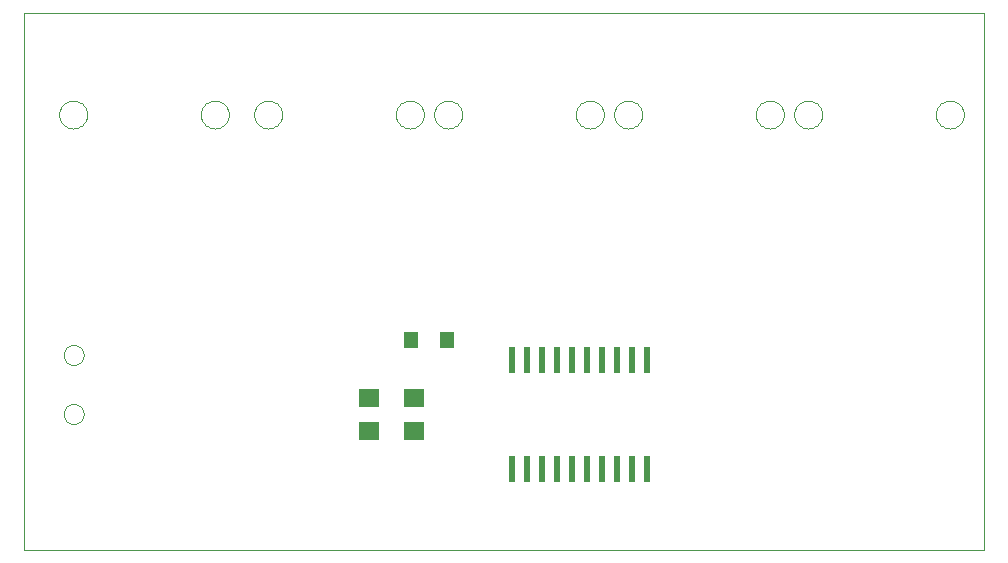
<source format=gtp>
G75*
G70*
%OFA0B0*%
%FSLAX24Y24*%
%IPPOS*%
%LPD*%
%AMOC8*
5,1,8,0,0,1.08239X$1,22.5*
%
%ADD10C,0.0000*%
%ADD11R,0.0236X0.0866*%
%ADD12R,0.0709X0.0630*%
%ADD13R,0.0472X0.0551*%
D10*
X000100Y000100D02*
X000100Y017971D01*
X032095Y017971D01*
X032095Y000100D01*
X000100Y000100D01*
X001419Y004616D02*
X001421Y004652D01*
X001427Y004688D01*
X001437Y004723D01*
X001450Y004757D01*
X001467Y004789D01*
X001487Y004819D01*
X001511Y004846D01*
X001537Y004871D01*
X001566Y004893D01*
X001597Y004912D01*
X001630Y004927D01*
X001664Y004939D01*
X001700Y004947D01*
X001736Y004951D01*
X001772Y004951D01*
X001808Y004947D01*
X001844Y004939D01*
X001878Y004927D01*
X001911Y004912D01*
X001942Y004893D01*
X001971Y004871D01*
X001997Y004846D01*
X002021Y004819D01*
X002041Y004789D01*
X002058Y004757D01*
X002071Y004723D01*
X002081Y004688D01*
X002087Y004652D01*
X002089Y004616D01*
X002087Y004580D01*
X002081Y004544D01*
X002071Y004509D01*
X002058Y004475D01*
X002041Y004443D01*
X002021Y004413D01*
X001997Y004386D01*
X001971Y004361D01*
X001942Y004339D01*
X001911Y004320D01*
X001878Y004305D01*
X001844Y004293D01*
X001808Y004285D01*
X001772Y004281D01*
X001736Y004281D01*
X001700Y004285D01*
X001664Y004293D01*
X001630Y004305D01*
X001597Y004320D01*
X001566Y004339D01*
X001537Y004361D01*
X001511Y004386D01*
X001487Y004413D01*
X001467Y004443D01*
X001450Y004475D01*
X001437Y004509D01*
X001427Y004544D01*
X001421Y004580D01*
X001419Y004616D01*
X001419Y006584D02*
X001421Y006620D01*
X001427Y006656D01*
X001437Y006691D01*
X001450Y006725D01*
X001467Y006757D01*
X001487Y006787D01*
X001511Y006814D01*
X001537Y006839D01*
X001566Y006861D01*
X001597Y006880D01*
X001630Y006895D01*
X001664Y006907D01*
X001700Y006915D01*
X001736Y006919D01*
X001772Y006919D01*
X001808Y006915D01*
X001844Y006907D01*
X001878Y006895D01*
X001911Y006880D01*
X001942Y006861D01*
X001971Y006839D01*
X001997Y006814D01*
X002021Y006787D01*
X002041Y006757D01*
X002058Y006725D01*
X002071Y006691D01*
X002081Y006656D01*
X002087Y006620D01*
X002089Y006584D01*
X002087Y006548D01*
X002081Y006512D01*
X002071Y006477D01*
X002058Y006443D01*
X002041Y006411D01*
X002021Y006381D01*
X001997Y006354D01*
X001971Y006329D01*
X001942Y006307D01*
X001911Y006288D01*
X001878Y006273D01*
X001844Y006261D01*
X001808Y006253D01*
X001772Y006249D01*
X001736Y006249D01*
X001700Y006253D01*
X001664Y006261D01*
X001630Y006273D01*
X001597Y006288D01*
X001566Y006307D01*
X001537Y006329D01*
X001511Y006354D01*
X001487Y006381D01*
X001467Y006411D01*
X001450Y006443D01*
X001437Y006477D01*
X001427Y006512D01*
X001421Y006548D01*
X001419Y006584D01*
X001273Y014600D02*
X001275Y014643D01*
X001281Y014685D01*
X001291Y014727D01*
X001304Y014768D01*
X001322Y014807D01*
X001343Y014845D01*
X001367Y014880D01*
X001394Y014913D01*
X001425Y014944D01*
X001458Y014971D01*
X001493Y014995D01*
X001531Y015016D01*
X001570Y015034D01*
X001611Y015047D01*
X001653Y015057D01*
X001695Y015063D01*
X001738Y015065D01*
X001781Y015063D01*
X001823Y015057D01*
X001865Y015047D01*
X001906Y015034D01*
X001945Y015016D01*
X001983Y014995D01*
X002018Y014971D01*
X002051Y014944D01*
X002082Y014913D01*
X002109Y014880D01*
X002133Y014845D01*
X002154Y014807D01*
X002172Y014768D01*
X002185Y014727D01*
X002195Y014685D01*
X002201Y014643D01*
X002203Y014600D01*
X002201Y014557D01*
X002195Y014515D01*
X002185Y014473D01*
X002172Y014432D01*
X002154Y014393D01*
X002133Y014355D01*
X002109Y014320D01*
X002082Y014287D01*
X002051Y014256D01*
X002018Y014229D01*
X001983Y014205D01*
X001945Y014184D01*
X001906Y014166D01*
X001865Y014153D01*
X001823Y014143D01*
X001781Y014137D01*
X001738Y014135D01*
X001695Y014137D01*
X001653Y014143D01*
X001611Y014153D01*
X001570Y014166D01*
X001531Y014184D01*
X001493Y014205D01*
X001458Y014229D01*
X001425Y014256D01*
X001394Y014287D01*
X001367Y014320D01*
X001343Y014355D01*
X001322Y014393D01*
X001304Y014432D01*
X001291Y014473D01*
X001281Y014515D01*
X001275Y014557D01*
X001273Y014600D01*
X005997Y014600D02*
X005999Y014643D01*
X006005Y014685D01*
X006015Y014727D01*
X006028Y014768D01*
X006046Y014807D01*
X006067Y014845D01*
X006091Y014880D01*
X006118Y014913D01*
X006149Y014944D01*
X006182Y014971D01*
X006217Y014995D01*
X006255Y015016D01*
X006294Y015034D01*
X006335Y015047D01*
X006377Y015057D01*
X006419Y015063D01*
X006462Y015065D01*
X006505Y015063D01*
X006547Y015057D01*
X006589Y015047D01*
X006630Y015034D01*
X006669Y015016D01*
X006707Y014995D01*
X006742Y014971D01*
X006775Y014944D01*
X006806Y014913D01*
X006833Y014880D01*
X006857Y014845D01*
X006878Y014807D01*
X006896Y014768D01*
X006909Y014727D01*
X006919Y014685D01*
X006925Y014643D01*
X006927Y014600D01*
X006925Y014557D01*
X006919Y014515D01*
X006909Y014473D01*
X006896Y014432D01*
X006878Y014393D01*
X006857Y014355D01*
X006833Y014320D01*
X006806Y014287D01*
X006775Y014256D01*
X006742Y014229D01*
X006707Y014205D01*
X006669Y014184D01*
X006630Y014166D01*
X006589Y014153D01*
X006547Y014143D01*
X006505Y014137D01*
X006462Y014135D01*
X006419Y014137D01*
X006377Y014143D01*
X006335Y014153D01*
X006294Y014166D01*
X006255Y014184D01*
X006217Y014205D01*
X006182Y014229D01*
X006149Y014256D01*
X006118Y014287D01*
X006091Y014320D01*
X006067Y014355D01*
X006046Y014393D01*
X006028Y014432D01*
X006015Y014473D01*
X006005Y014515D01*
X005999Y014557D01*
X005997Y014600D01*
X007773Y014600D02*
X007775Y014643D01*
X007781Y014685D01*
X007791Y014727D01*
X007804Y014768D01*
X007822Y014807D01*
X007843Y014845D01*
X007867Y014880D01*
X007894Y014913D01*
X007925Y014944D01*
X007958Y014971D01*
X007993Y014995D01*
X008031Y015016D01*
X008070Y015034D01*
X008111Y015047D01*
X008153Y015057D01*
X008195Y015063D01*
X008238Y015065D01*
X008281Y015063D01*
X008323Y015057D01*
X008365Y015047D01*
X008406Y015034D01*
X008445Y015016D01*
X008483Y014995D01*
X008518Y014971D01*
X008551Y014944D01*
X008582Y014913D01*
X008609Y014880D01*
X008633Y014845D01*
X008654Y014807D01*
X008672Y014768D01*
X008685Y014727D01*
X008695Y014685D01*
X008701Y014643D01*
X008703Y014600D01*
X008701Y014557D01*
X008695Y014515D01*
X008685Y014473D01*
X008672Y014432D01*
X008654Y014393D01*
X008633Y014355D01*
X008609Y014320D01*
X008582Y014287D01*
X008551Y014256D01*
X008518Y014229D01*
X008483Y014205D01*
X008445Y014184D01*
X008406Y014166D01*
X008365Y014153D01*
X008323Y014143D01*
X008281Y014137D01*
X008238Y014135D01*
X008195Y014137D01*
X008153Y014143D01*
X008111Y014153D01*
X008070Y014166D01*
X008031Y014184D01*
X007993Y014205D01*
X007958Y014229D01*
X007925Y014256D01*
X007894Y014287D01*
X007867Y014320D01*
X007843Y014355D01*
X007822Y014393D01*
X007804Y014432D01*
X007791Y014473D01*
X007781Y014515D01*
X007775Y014557D01*
X007773Y014600D01*
X012497Y014600D02*
X012499Y014643D01*
X012505Y014685D01*
X012515Y014727D01*
X012528Y014768D01*
X012546Y014807D01*
X012567Y014845D01*
X012591Y014880D01*
X012618Y014913D01*
X012649Y014944D01*
X012682Y014971D01*
X012717Y014995D01*
X012755Y015016D01*
X012794Y015034D01*
X012835Y015047D01*
X012877Y015057D01*
X012919Y015063D01*
X012962Y015065D01*
X013005Y015063D01*
X013047Y015057D01*
X013089Y015047D01*
X013130Y015034D01*
X013169Y015016D01*
X013207Y014995D01*
X013242Y014971D01*
X013275Y014944D01*
X013306Y014913D01*
X013333Y014880D01*
X013357Y014845D01*
X013378Y014807D01*
X013396Y014768D01*
X013409Y014727D01*
X013419Y014685D01*
X013425Y014643D01*
X013427Y014600D01*
X013425Y014557D01*
X013419Y014515D01*
X013409Y014473D01*
X013396Y014432D01*
X013378Y014393D01*
X013357Y014355D01*
X013333Y014320D01*
X013306Y014287D01*
X013275Y014256D01*
X013242Y014229D01*
X013207Y014205D01*
X013169Y014184D01*
X013130Y014166D01*
X013089Y014153D01*
X013047Y014143D01*
X013005Y014137D01*
X012962Y014135D01*
X012919Y014137D01*
X012877Y014143D01*
X012835Y014153D01*
X012794Y014166D01*
X012755Y014184D01*
X012717Y014205D01*
X012682Y014229D01*
X012649Y014256D01*
X012618Y014287D01*
X012591Y014320D01*
X012567Y014355D01*
X012546Y014393D01*
X012528Y014432D01*
X012515Y014473D01*
X012505Y014515D01*
X012499Y014557D01*
X012497Y014600D01*
X013773Y014600D02*
X013775Y014643D01*
X013781Y014685D01*
X013791Y014727D01*
X013804Y014768D01*
X013822Y014807D01*
X013843Y014845D01*
X013867Y014880D01*
X013894Y014913D01*
X013925Y014944D01*
X013958Y014971D01*
X013993Y014995D01*
X014031Y015016D01*
X014070Y015034D01*
X014111Y015047D01*
X014153Y015057D01*
X014195Y015063D01*
X014238Y015065D01*
X014281Y015063D01*
X014323Y015057D01*
X014365Y015047D01*
X014406Y015034D01*
X014445Y015016D01*
X014483Y014995D01*
X014518Y014971D01*
X014551Y014944D01*
X014582Y014913D01*
X014609Y014880D01*
X014633Y014845D01*
X014654Y014807D01*
X014672Y014768D01*
X014685Y014727D01*
X014695Y014685D01*
X014701Y014643D01*
X014703Y014600D01*
X014701Y014557D01*
X014695Y014515D01*
X014685Y014473D01*
X014672Y014432D01*
X014654Y014393D01*
X014633Y014355D01*
X014609Y014320D01*
X014582Y014287D01*
X014551Y014256D01*
X014518Y014229D01*
X014483Y014205D01*
X014445Y014184D01*
X014406Y014166D01*
X014365Y014153D01*
X014323Y014143D01*
X014281Y014137D01*
X014238Y014135D01*
X014195Y014137D01*
X014153Y014143D01*
X014111Y014153D01*
X014070Y014166D01*
X014031Y014184D01*
X013993Y014205D01*
X013958Y014229D01*
X013925Y014256D01*
X013894Y014287D01*
X013867Y014320D01*
X013843Y014355D01*
X013822Y014393D01*
X013804Y014432D01*
X013791Y014473D01*
X013781Y014515D01*
X013775Y014557D01*
X013773Y014600D01*
X018497Y014600D02*
X018499Y014643D01*
X018505Y014685D01*
X018515Y014727D01*
X018528Y014768D01*
X018546Y014807D01*
X018567Y014845D01*
X018591Y014880D01*
X018618Y014913D01*
X018649Y014944D01*
X018682Y014971D01*
X018717Y014995D01*
X018755Y015016D01*
X018794Y015034D01*
X018835Y015047D01*
X018877Y015057D01*
X018919Y015063D01*
X018962Y015065D01*
X019005Y015063D01*
X019047Y015057D01*
X019089Y015047D01*
X019130Y015034D01*
X019169Y015016D01*
X019207Y014995D01*
X019242Y014971D01*
X019275Y014944D01*
X019306Y014913D01*
X019333Y014880D01*
X019357Y014845D01*
X019378Y014807D01*
X019396Y014768D01*
X019409Y014727D01*
X019419Y014685D01*
X019425Y014643D01*
X019427Y014600D01*
X019425Y014557D01*
X019419Y014515D01*
X019409Y014473D01*
X019396Y014432D01*
X019378Y014393D01*
X019357Y014355D01*
X019333Y014320D01*
X019306Y014287D01*
X019275Y014256D01*
X019242Y014229D01*
X019207Y014205D01*
X019169Y014184D01*
X019130Y014166D01*
X019089Y014153D01*
X019047Y014143D01*
X019005Y014137D01*
X018962Y014135D01*
X018919Y014137D01*
X018877Y014143D01*
X018835Y014153D01*
X018794Y014166D01*
X018755Y014184D01*
X018717Y014205D01*
X018682Y014229D01*
X018649Y014256D01*
X018618Y014287D01*
X018591Y014320D01*
X018567Y014355D01*
X018546Y014393D01*
X018528Y014432D01*
X018515Y014473D01*
X018505Y014515D01*
X018499Y014557D01*
X018497Y014600D01*
X019773Y014600D02*
X019775Y014643D01*
X019781Y014685D01*
X019791Y014727D01*
X019804Y014768D01*
X019822Y014807D01*
X019843Y014845D01*
X019867Y014880D01*
X019894Y014913D01*
X019925Y014944D01*
X019958Y014971D01*
X019993Y014995D01*
X020031Y015016D01*
X020070Y015034D01*
X020111Y015047D01*
X020153Y015057D01*
X020195Y015063D01*
X020238Y015065D01*
X020281Y015063D01*
X020323Y015057D01*
X020365Y015047D01*
X020406Y015034D01*
X020445Y015016D01*
X020483Y014995D01*
X020518Y014971D01*
X020551Y014944D01*
X020582Y014913D01*
X020609Y014880D01*
X020633Y014845D01*
X020654Y014807D01*
X020672Y014768D01*
X020685Y014727D01*
X020695Y014685D01*
X020701Y014643D01*
X020703Y014600D01*
X020701Y014557D01*
X020695Y014515D01*
X020685Y014473D01*
X020672Y014432D01*
X020654Y014393D01*
X020633Y014355D01*
X020609Y014320D01*
X020582Y014287D01*
X020551Y014256D01*
X020518Y014229D01*
X020483Y014205D01*
X020445Y014184D01*
X020406Y014166D01*
X020365Y014153D01*
X020323Y014143D01*
X020281Y014137D01*
X020238Y014135D01*
X020195Y014137D01*
X020153Y014143D01*
X020111Y014153D01*
X020070Y014166D01*
X020031Y014184D01*
X019993Y014205D01*
X019958Y014229D01*
X019925Y014256D01*
X019894Y014287D01*
X019867Y014320D01*
X019843Y014355D01*
X019822Y014393D01*
X019804Y014432D01*
X019791Y014473D01*
X019781Y014515D01*
X019775Y014557D01*
X019773Y014600D01*
X024497Y014600D02*
X024499Y014643D01*
X024505Y014685D01*
X024515Y014727D01*
X024528Y014768D01*
X024546Y014807D01*
X024567Y014845D01*
X024591Y014880D01*
X024618Y014913D01*
X024649Y014944D01*
X024682Y014971D01*
X024717Y014995D01*
X024755Y015016D01*
X024794Y015034D01*
X024835Y015047D01*
X024877Y015057D01*
X024919Y015063D01*
X024962Y015065D01*
X025005Y015063D01*
X025047Y015057D01*
X025089Y015047D01*
X025130Y015034D01*
X025169Y015016D01*
X025207Y014995D01*
X025242Y014971D01*
X025275Y014944D01*
X025306Y014913D01*
X025333Y014880D01*
X025357Y014845D01*
X025378Y014807D01*
X025396Y014768D01*
X025409Y014727D01*
X025419Y014685D01*
X025425Y014643D01*
X025427Y014600D01*
X025425Y014557D01*
X025419Y014515D01*
X025409Y014473D01*
X025396Y014432D01*
X025378Y014393D01*
X025357Y014355D01*
X025333Y014320D01*
X025306Y014287D01*
X025275Y014256D01*
X025242Y014229D01*
X025207Y014205D01*
X025169Y014184D01*
X025130Y014166D01*
X025089Y014153D01*
X025047Y014143D01*
X025005Y014137D01*
X024962Y014135D01*
X024919Y014137D01*
X024877Y014143D01*
X024835Y014153D01*
X024794Y014166D01*
X024755Y014184D01*
X024717Y014205D01*
X024682Y014229D01*
X024649Y014256D01*
X024618Y014287D01*
X024591Y014320D01*
X024567Y014355D01*
X024546Y014393D01*
X024528Y014432D01*
X024515Y014473D01*
X024505Y014515D01*
X024499Y014557D01*
X024497Y014600D01*
X025773Y014600D02*
X025775Y014643D01*
X025781Y014685D01*
X025791Y014727D01*
X025804Y014768D01*
X025822Y014807D01*
X025843Y014845D01*
X025867Y014880D01*
X025894Y014913D01*
X025925Y014944D01*
X025958Y014971D01*
X025993Y014995D01*
X026031Y015016D01*
X026070Y015034D01*
X026111Y015047D01*
X026153Y015057D01*
X026195Y015063D01*
X026238Y015065D01*
X026281Y015063D01*
X026323Y015057D01*
X026365Y015047D01*
X026406Y015034D01*
X026445Y015016D01*
X026483Y014995D01*
X026518Y014971D01*
X026551Y014944D01*
X026582Y014913D01*
X026609Y014880D01*
X026633Y014845D01*
X026654Y014807D01*
X026672Y014768D01*
X026685Y014727D01*
X026695Y014685D01*
X026701Y014643D01*
X026703Y014600D01*
X026701Y014557D01*
X026695Y014515D01*
X026685Y014473D01*
X026672Y014432D01*
X026654Y014393D01*
X026633Y014355D01*
X026609Y014320D01*
X026582Y014287D01*
X026551Y014256D01*
X026518Y014229D01*
X026483Y014205D01*
X026445Y014184D01*
X026406Y014166D01*
X026365Y014153D01*
X026323Y014143D01*
X026281Y014137D01*
X026238Y014135D01*
X026195Y014137D01*
X026153Y014143D01*
X026111Y014153D01*
X026070Y014166D01*
X026031Y014184D01*
X025993Y014205D01*
X025958Y014229D01*
X025925Y014256D01*
X025894Y014287D01*
X025867Y014320D01*
X025843Y014355D01*
X025822Y014393D01*
X025804Y014432D01*
X025791Y014473D01*
X025781Y014515D01*
X025775Y014557D01*
X025773Y014600D01*
X030497Y014600D02*
X030499Y014643D01*
X030505Y014685D01*
X030515Y014727D01*
X030528Y014768D01*
X030546Y014807D01*
X030567Y014845D01*
X030591Y014880D01*
X030618Y014913D01*
X030649Y014944D01*
X030682Y014971D01*
X030717Y014995D01*
X030755Y015016D01*
X030794Y015034D01*
X030835Y015047D01*
X030877Y015057D01*
X030919Y015063D01*
X030962Y015065D01*
X031005Y015063D01*
X031047Y015057D01*
X031089Y015047D01*
X031130Y015034D01*
X031169Y015016D01*
X031207Y014995D01*
X031242Y014971D01*
X031275Y014944D01*
X031306Y014913D01*
X031333Y014880D01*
X031357Y014845D01*
X031378Y014807D01*
X031396Y014768D01*
X031409Y014727D01*
X031419Y014685D01*
X031425Y014643D01*
X031427Y014600D01*
X031425Y014557D01*
X031419Y014515D01*
X031409Y014473D01*
X031396Y014432D01*
X031378Y014393D01*
X031357Y014355D01*
X031333Y014320D01*
X031306Y014287D01*
X031275Y014256D01*
X031242Y014229D01*
X031207Y014205D01*
X031169Y014184D01*
X031130Y014166D01*
X031089Y014153D01*
X031047Y014143D01*
X031005Y014137D01*
X030962Y014135D01*
X030919Y014137D01*
X030877Y014143D01*
X030835Y014153D01*
X030794Y014166D01*
X030755Y014184D01*
X030717Y014205D01*
X030682Y014229D01*
X030649Y014256D01*
X030618Y014287D01*
X030591Y014320D01*
X030567Y014355D01*
X030546Y014393D01*
X030528Y014432D01*
X030515Y014473D01*
X030505Y014515D01*
X030499Y014557D01*
X030497Y014600D01*
D11*
X020850Y006411D03*
X020350Y006411D03*
X019850Y006411D03*
X019350Y006411D03*
X018850Y006411D03*
X018350Y006411D03*
X017850Y006411D03*
X017350Y006411D03*
X016850Y006411D03*
X016350Y006411D03*
X016350Y002789D03*
X016850Y002789D03*
X017350Y002789D03*
X017850Y002789D03*
X018350Y002789D03*
X018850Y002789D03*
X019350Y002789D03*
X019850Y002789D03*
X020350Y002789D03*
X020850Y002789D03*
D12*
X013100Y004049D03*
X011600Y004049D03*
X011600Y005151D03*
X013100Y005151D03*
D13*
X013009Y007100D03*
X014191Y007100D03*
M02*

</source>
